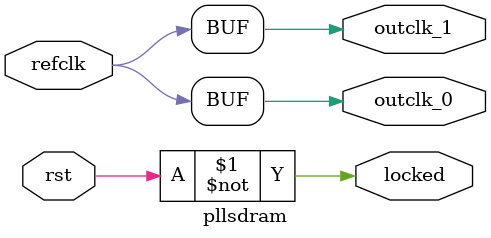
<source format=v>

module pllsdram (
    input refclk,
    input rst,
    output outclk_0,  // 80 MHz
    output outclk_1,  // 80 MHz
    output locked
);

    // Simple stub - pass through reference clock
    assign outclk_0 = refclk;
    assign outclk_1 = refclk;
    assign locked = ~rst;

endmodule

</source>
